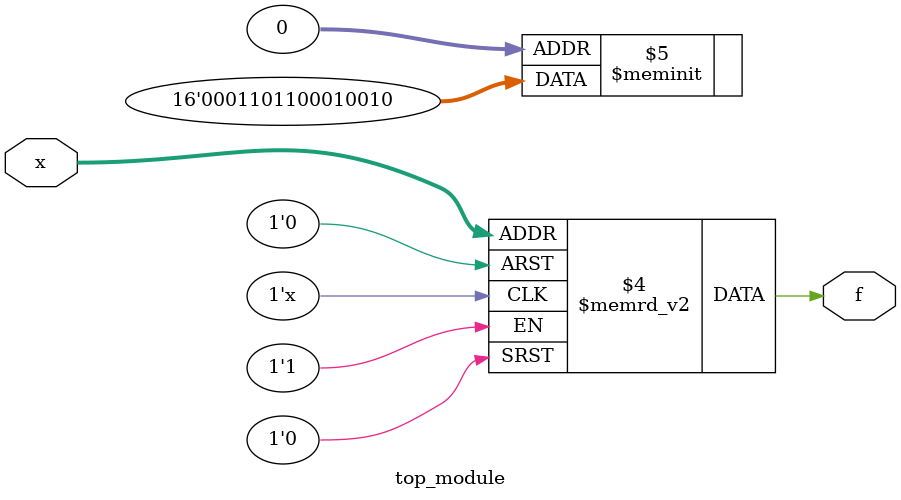
<source format=sv>
module top_module (
	input [4:1] x,
	output logic f
);

// Implementing the function f using a case statement
always_comb begin
	case(x)
		4'b0001: f = 1'b1;
		4'b0010: f = 1'b0;
		4'b0011: f = 1'b0;
		4'b0100: f = 1'b1; // Updated case from 4'b0101 to 4'b0100
		4'b0101: f = 1'b0;
		4'b0110: f = 1'b0;
		4'b0111: f = 1'b0;
		4'b1000: f = 1'b1; // Updated case from 4'b1010 to 4'b1000
		4'b1001: f = 1'b1; // Added missing case
		4'b1010: f = 1'b0; // Updated case from 4'b1011 to 4'b1010
		4'b1011: f = 1'b1;
		4'b1100: f = 1'b1;
		default: f = 1'b0;
	endcase
end

endmodule

</source>
